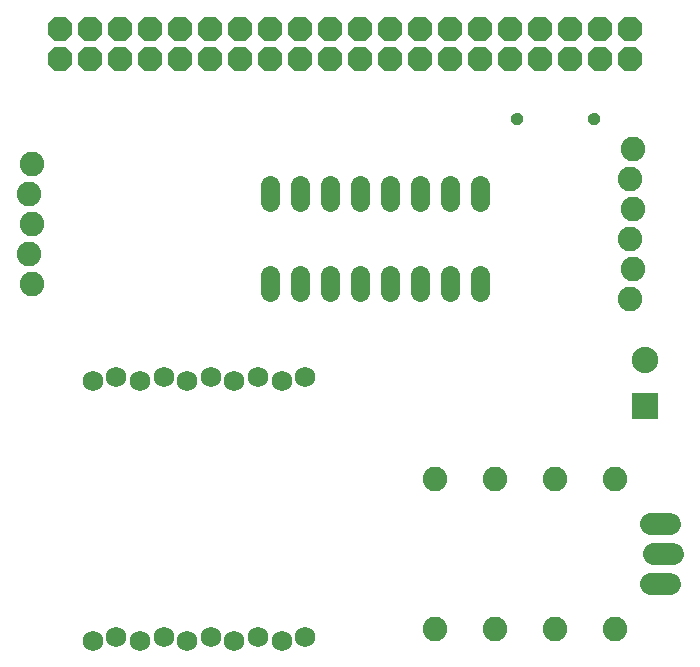
<source format=gbs>
G75*
%MOIN*%
%OFA0B0*%
%FSLAX25Y25*%
%IPPOS*%
%LPD*%
%AMOC8*
5,1,8,0,0,1.08239X$1,22.5*
%
%ADD10C,0.08200*%
%ADD11C,0.06400*%
%ADD12OC8,0.08200*%
%ADD13R,0.08800X0.08800*%
%ADD14C,0.08800*%
%ADD15C,0.07200*%
%ADD16C,0.06800*%
%ADD17C,0.00500*%
D10*
X0017700Y0132200D03*
X0016700Y0142200D03*
X0017700Y0152200D03*
X0016700Y0162200D03*
X0017700Y0172200D03*
X0152200Y0067200D03*
X0172200Y0067200D03*
X0192200Y0067200D03*
X0212200Y0067200D03*
X0212200Y0017200D03*
X0192200Y0017200D03*
X0172200Y0017200D03*
X0152200Y0017200D03*
X0217200Y0127200D03*
X0218200Y0137200D03*
X0217200Y0147200D03*
X0218200Y0157200D03*
X0217200Y0167200D03*
X0218200Y0177200D03*
D11*
X0167200Y0165000D02*
X0167200Y0159400D01*
X0157200Y0159400D02*
X0157200Y0165000D01*
X0147200Y0165000D02*
X0147200Y0159400D01*
X0137200Y0159400D02*
X0137200Y0165000D01*
X0127200Y0165000D02*
X0127200Y0159400D01*
X0117200Y0159400D02*
X0117200Y0165000D01*
X0107200Y0165000D02*
X0107200Y0159400D01*
X0097200Y0159400D02*
X0097200Y0165000D01*
X0097200Y0135000D02*
X0097200Y0129400D01*
X0107200Y0129400D02*
X0107200Y0135000D01*
X0117200Y0135000D02*
X0117200Y0129400D01*
X0127200Y0129400D02*
X0127200Y0135000D01*
X0137200Y0135000D02*
X0137200Y0129400D01*
X0147200Y0129400D02*
X0147200Y0135000D01*
X0157200Y0135000D02*
X0157200Y0129400D01*
X0167200Y0129400D02*
X0167200Y0135000D01*
D12*
X0167200Y0207200D03*
X0167200Y0217200D03*
X0157200Y0217200D03*
X0157200Y0207200D03*
X0147200Y0207200D03*
X0147200Y0217200D03*
X0137200Y0217200D03*
X0137200Y0207200D03*
X0127200Y0207200D03*
X0127200Y0217200D03*
X0117200Y0217200D03*
X0117200Y0207200D03*
X0107200Y0207200D03*
X0107200Y0217200D03*
X0097200Y0217200D03*
X0097200Y0207200D03*
X0087200Y0207200D03*
X0087200Y0217200D03*
X0077200Y0217200D03*
X0077200Y0207200D03*
X0067200Y0207200D03*
X0067200Y0217200D03*
X0057200Y0217200D03*
X0057200Y0207200D03*
X0047200Y0207200D03*
X0047200Y0217200D03*
X0037200Y0217200D03*
X0037200Y0207200D03*
X0027200Y0207200D03*
X0027200Y0217200D03*
X0177200Y0217200D03*
X0177200Y0207200D03*
X0187200Y0207200D03*
X0187200Y0217200D03*
X0197200Y0217200D03*
X0197200Y0207200D03*
X0207200Y0207200D03*
X0207200Y0217200D03*
X0217200Y0217200D03*
X0217200Y0207200D03*
D13*
X0222200Y0091500D03*
D14*
X0222200Y0106680D03*
D15*
X0224000Y0052200D02*
X0230400Y0052200D01*
X0231400Y0042200D02*
X0225000Y0042200D01*
X0224000Y0032200D02*
X0230400Y0032200D01*
D16*
X0037948Y0013193D03*
X0045822Y0014593D03*
X0053696Y0013193D03*
X0061570Y0014593D03*
X0069444Y0013193D03*
X0077318Y0014593D03*
X0085192Y0013193D03*
X0093066Y0014593D03*
X0100940Y0013193D03*
X0108814Y0014593D03*
X0100940Y0099807D03*
X0093066Y0101207D03*
X0085192Y0099807D03*
X0077318Y0101207D03*
X0069444Y0099807D03*
X0061570Y0101207D03*
X0053696Y0099807D03*
X0045822Y0101207D03*
X0037948Y0099807D03*
X0108814Y0101207D03*
D17*
X0178321Y0185817D02*
X0178650Y0185614D01*
X0179016Y0185490D01*
X0179400Y0185450D01*
X0179782Y0185484D01*
X0180146Y0185602D01*
X0180475Y0185798D01*
X0180752Y0186063D01*
X0180963Y0186382D01*
X0181098Y0186741D01*
X0181150Y0187120D01*
X0181115Y0187521D01*
X0180992Y0187903D01*
X0180786Y0188249D01*
X0180509Y0188540D01*
X0180174Y0188763D01*
X0179798Y0188905D01*
X0179400Y0188960D01*
X0179007Y0188909D01*
X0178635Y0188772D01*
X0178303Y0188555D01*
X0178028Y0188270D01*
X0177823Y0187931D01*
X0177698Y0187555D01*
X0177660Y0187160D01*
X0177707Y0186777D01*
X0177837Y0186413D01*
X0178046Y0186088D01*
X0178321Y0185817D01*
X0178565Y0185667D02*
X0180255Y0185667D01*
X0180820Y0186166D02*
X0177996Y0186166D01*
X0177747Y0186664D02*
X0181069Y0186664D01*
X0181146Y0187163D02*
X0177660Y0187163D01*
X0177733Y0187661D02*
X0181070Y0187661D01*
X0180839Y0188160D02*
X0177961Y0188160D01*
X0178461Y0188658D02*
X0180332Y0188658D01*
X0203260Y0187160D02*
X0203307Y0186777D01*
X0203437Y0186413D01*
X0203646Y0186088D01*
X0203921Y0185817D01*
X0204250Y0185614D01*
X0204616Y0185490D01*
X0205000Y0185450D01*
X0205382Y0185484D01*
X0205746Y0185602D01*
X0206075Y0185798D01*
X0206352Y0186063D01*
X0206563Y0186382D01*
X0206698Y0186741D01*
X0206750Y0187120D01*
X0206715Y0187521D01*
X0206592Y0187903D01*
X0206386Y0188249D01*
X0206109Y0188540D01*
X0205774Y0188763D01*
X0205398Y0188905D01*
X0205000Y0188960D01*
X0204607Y0188909D01*
X0204235Y0188772D01*
X0203903Y0188555D01*
X0203628Y0188270D01*
X0203423Y0187931D01*
X0203298Y0187555D01*
X0203260Y0187160D01*
X0203260Y0187163D02*
X0206746Y0187163D01*
X0206670Y0187661D02*
X0203333Y0187661D01*
X0203561Y0188160D02*
X0206439Y0188160D01*
X0205932Y0188658D02*
X0204061Y0188658D01*
X0203347Y0186664D02*
X0206669Y0186664D01*
X0206420Y0186166D02*
X0203596Y0186166D01*
X0204165Y0185667D02*
X0205855Y0185667D01*
M02*

</source>
